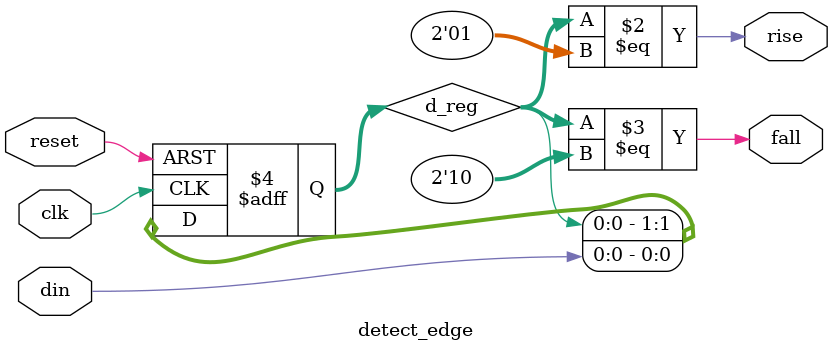
<source format=v>
module detect_edge(clk, reset, din, rise, fall);

  input clk;
  input reset;
  input din;
  output rise;
  output fall;

  reg [1:0] d_reg;

  always @(posedge clk or posedge reset)
  begin
    if (reset) begin
      d_reg <= 2'b00;
    end else begin
      d_reg <= {d_reg[0], din};
    end
  end

  assign rise = d_reg == 2'b01;
  assign fall = d_reg == 2'b10;

endmodule
</source>
